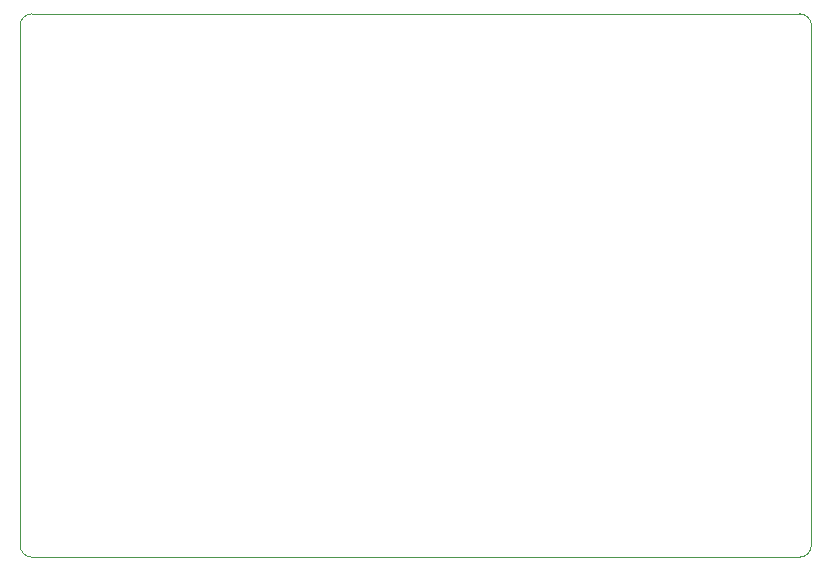
<source format=gbr>
%TF.GenerationSoftware,KiCad,Pcbnew,5.1.9-73d0e3b20d~88~ubuntu20.04.1*%
%TF.CreationDate,2021-06-05T19:42:07+02:00*%
%TF.ProjectId,andy,616e6479-2e6b-4696-9361-645f70636258,v1.00*%
%TF.SameCoordinates,Original*%
%TF.FileFunction,Profile,NP*%
%FSLAX46Y46*%
G04 Gerber Fmt 4.6, Leading zero omitted, Abs format (unit mm)*
G04 Created by KiCad (PCBNEW 5.1.9-73d0e3b20d~88~ubuntu20.04.1) date 2021-06-05 19:42:07*
%MOMM*%
%LPD*%
G01*
G04 APERTURE LIST*
%TA.AperFunction,Profile*%
%ADD10C,0.050000*%
%TD*%
G04 APERTURE END LIST*
D10*
X204000000Y-122000000D02*
G75*
G02*
X203000000Y-123000000I-1000000J0D01*
G01*
X203000000Y-77000000D02*
G75*
G02*
X204000000Y-78000000I0J-1000000D01*
G01*
X137000000Y-78000000D02*
G75*
G02*
X138000000Y-77000000I1000000J0D01*
G01*
X138000000Y-123000000D02*
G75*
G02*
X137000000Y-122000000I0J1000000D01*
G01*
X137000000Y-122000000D02*
X137000000Y-78000000D01*
X203000000Y-123000000D02*
X138000000Y-123000000D01*
X204000000Y-78000000D02*
X204000000Y-122000000D01*
X138000000Y-77000000D02*
X203000000Y-77000000D01*
M02*

</source>
